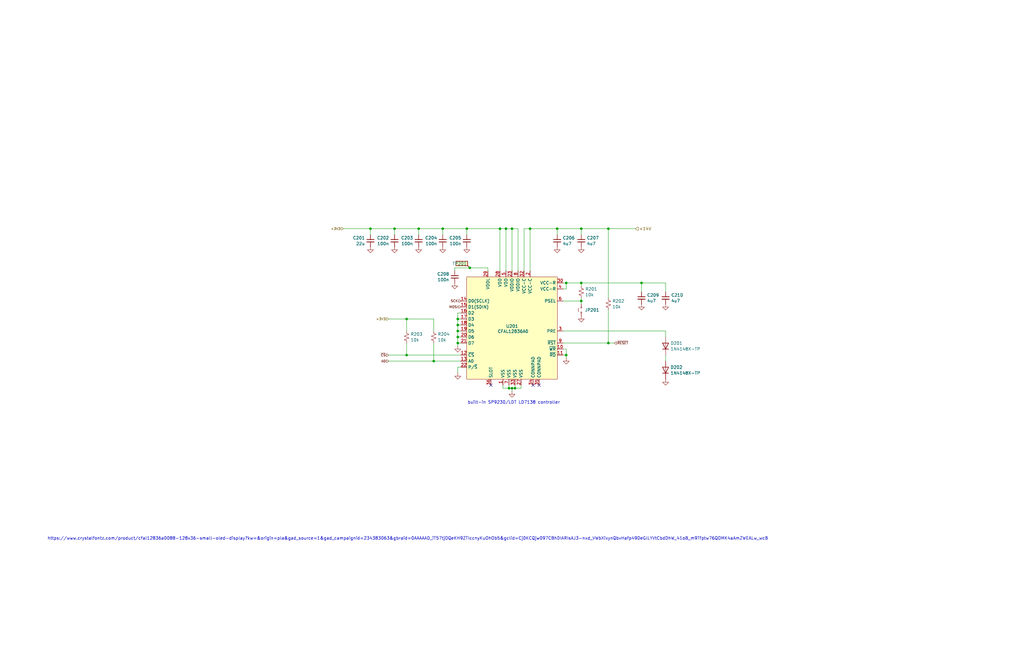
<source format=kicad_sch>
(kicad_sch (version 20250114) (generator "eeschema") (generator_version "9.0")
  (paper "B")
  (lib_symbols
    (symbol "Connector:TestPoint_Flag" (pin_numbers (hide yes)) (pin_names (offset 0.762) (hide yes))
      (property "Reference" "TP" (at 3.429 1.778 0))
      (property "Value" "TestPoint_Flag" (at 3.302 4.191 0))
      (symbol "TestPoint_Flag_0_1"
        (polyline (pts (xy 0 0) (xy 0.889 0.889)) (stroke (width 0.254)))
        (rectangle (start 0.889 2.794) (end 5.842 0.889) (stroke (width 0.254)) (fill (type background)))
      )
      (symbol "TestPoint_Flag_1_1"
        (pin passive line (at 0 0 90) (length 0) (name "1") (number "1"))
      )
    )
    (symbol "Device:C_Small" (pin_numbers (hide yes)) (pin_names (offset 0.254) (hide yes))
      (property "Reference" "C" (at 0.254 1.778 0))
      (property "Value" "C_Small" (at 0.254 -2.032 0))
      (symbol "C_Small_0_1"
        (polyline (pts (xy -1.524 0.508) (xy 1.524 0.508)) (stroke (width 0.3048)))
        (polyline (pts (xy -1.524 -0.508) (xy 1.524 -0.508)) (stroke (width 0.3302)))
      )
      (symbol "C_Small_1_1"
        (pin passive line (at 0 2.54 270) (length 2.032) (name "~") (number "1"))
        (pin passive line (at 0 -2.54 90) (length 2.032) (name "~") (number "2"))
      )
    )
    (symbol "Device:D" (pin_numbers (hide yes)) (pin_names (offset 1.016) (hide yes))
      (property "Reference" "D" (at 0 2.54 0))
      (property "Value" "D" (at 0 -2.54 0))
      (symbol "D_0_1"
        (polyline (pts (xy -1.27 1.27) (xy -1.27 -1.27)) (stroke (width 0.254)))
        (polyline (pts (xy 1.27 1.27) (xy 1.27 -1.27) (xy -1.27 0) (xy 1.27 1.27)) (stroke (width 0.254)))
        (polyline (pts (xy 1.27 0) (xy -1.27 0)))
      )
      (symbol "D_1_1"
        (pin passive line (at -3.81 0 0) (length 2.54) (name "K") (number "1"))
        (pin passive line (at 3.81 0 180) (length 2.54) (name "A") (number "2"))
      )
    )
    (symbol "Device:R_Small_US" (pin_numbers (hide yes)) (pin_names (offset 0.254) (hide yes))
      (property "Reference" "R" (at 0.762 0.508 0))
      (property "Value" "R_Small_US" (at 0.762 -1.016 0))
      (symbol "R_Small_US_1_1"
        (polyline (pts (xy 0 1.524) (xy 1.016 1.143) (xy 0 0.762) (xy -1.016 0.381) (xy 0 0)))
        (polyline (pts (xy 0 0) (xy 1.016 -0.381) (xy 0 -0.762) (xy -1.016 -1.143) (xy 0 -1.524)))
        (pin passive line (at 0 2.54 270) (length 1.016) (name "~") (number "1"))
        (pin passive line (at 0 -2.54 90) (length 1.016) (name "~") (number "2"))
      )
    )
    (symbol "Jumper:Jumper_2_Small_Open" (pin_numbers (hide yes)) (pin_names (offset 0) (hide yes)) (exclude_from_sim yes)
      (property "Reference" "JP" (at 0 2.794 0))
      (property "Value" "Jumper_2_Small_Open" (at 0 -2.286 0))
      (symbol "Jumper_2_Small_Open_0_0"
        (circle (center -1.016 0) (radius 0.254))
        (circle (center 1.016 0) (radius 0.254))
      )
      (symbol "Jumper_2_Small_Open_0_1"
        (arc (start -0.762 1.0196) (mid 0 1.2729) (end 0.762 1.0196))
      )
      (symbol "Jumper_2_Small_Open_1_1"
        (pin passive line (at -2.54 0 0) (length 1.27) (name "A") (number "1"))
        (pin passive line (at 2.54 0 180) (length 1.27) (name "B") (number "2"))
      )
    )
    (symbol "Libraries:CFAL12836A0"
      (property "Reference" "U" (at -0.508 6.35 0))
      (property "Value" "CFAL12836A0" (at -0.508 5.08 0))
      (symbol "CFAL12836A0_1_0"
        (pin input line (at -21.59 -16.51 0) (length 2.54) (name "P/~{S}") (number "22"))
        (pin power_in line (at -10.16 24.13 270) (length 2.54) (name "VDDL") (number "29"))
        (pin passive line (at -8.89 -24.13 90) (length 2.54) (name "SLOT") (number "36"))
        (pin power_in line (at -5.08 24.13 270) (length 2.54) (name "VDD") (number "28"))
        (pin power_in line (at 0 24.13 270) (length 2.54) (name "VDDIO") (number "23"))
        (pin no_connect line (at 1.27 -2.54 180) (length 2.54) (hide yes) (name "OSC1") (number "25"))
        (pin no_connect line (at 1.27 -5.08 180) (length 2.54) (hide yes) (name "OSC2") (number "26"))
        (pin no_connect line (at 1.27 -7.62 180) (length 2.54) (hide yes) (name "IREF") (number "24"))
        (pin power_in line (at 1.27 -24.13 90) (length 2.54) (name "VSS") (number "33"))
        (pin power_in line (at 3.81 -24.13 90) (length 2.54) (name "VSS") (number "27"))
        (pin power_in line (at 5.08 24.13 270) (length 2.54) (name "VCC-C") (number "32"))
        (pin passive line (at 8.89 -24.13 90) (length 2.54) (name "CONNPAD") (number "34"))
        (pin passive line (at 11.43 -24.13 90) (length 2.54) (name "CONNPAD") (number "35"))
        (pin power_out line (at 21.59 19.05 180) (length 2.54) (name "VCC-R") (number "30"))
        (pin power_in line (at 21.59 -1.27 180) (length 2.54) (hide yes) (name "PRE") (number "31"))
      )
      (symbol "CFAL12836A0_1_1"
        (rectangle (start -19.05 21.59) (end 19.05 -21.59) (fill (type color) (color 255 255 194 1)))
        (pin input line (at -21.59 11.43 0) (length 2.54) (name "D0(SCLK)") (number "14"))
        (pin input line (at -21.59 8.89 0) (length 2.54) (name "D1(SDIN)") (number "15"))
        (pin input line (at -21.59 6.35 0) (length 2.54) (name "D2") (number "16"))
        (pin input line (at -21.59 3.81 0) (length 2.54) (name "D3") (number "17"))
        (pin input line (at -21.59 1.27 0) (length 2.54) (name "D4") (number "18"))
        (pin input line (at -21.59 -1.27 0) (length 2.54) (name "D5") (number "19"))
        (pin input line (at -21.59 -3.81 0) (length 2.54) (name "D6") (number "20"))
        (pin input line (at -21.59 -6.35 0) (length 2.54) (name "D7") (number "21"))
        (pin input line (at -21.59 -11.43 0) (length 2.54) (name "~{CS}") (number "12"))
        (pin input line (at -21.59 -13.97 0) (length 2.54) (name "A0") (number "13"))
        (pin power_in line (at -3.81 -24.13 90) (length 2.54) (name "VSS") (number "1"))
        (pin power_in line (at -2.54 24.13 270) (length 2.54) (name "VDD") (number "5"))
        (pin power_in line (at -1.27 -24.13 90) (length 2.54) (name "VSS") (number "7"))
        (pin power_in line (at 2.54 24.13 270) (length 2.54) (name "VDDIO") (number "8"))
        (pin power_in line (at 7.62 24.13 270) (length 2.54) (name "VCC-C") (number "2"))
        (pin power_out line (at 21.59 16.51 180) (length 2.54) (name "VCC-R") (number "4"))
        (pin input line (at 21.59 11.43 180) (length 2.54) (name "PSEL") (number "6"))
        (pin power_in line (at 21.59 -1.27 180) (length 2.54) (name "PRE") (number "3"))
        (pin input line (at 21.59 -6.35 180) (length 2.54) (name "~{RST}") (number "9"))
        (pin input line (at 21.59 -8.89 180) (length 2.54) (name "~{WR}") (number "10"))
        (pin input line (at 21.59 -11.43 180) (length 2.54) (name "~{RD}") (number "11"))
      )
    )
    (symbol "power:GND" (power) (pin_numbers (hide yes)) (pin_names (offset 0) (hide yes))
      (property "Value" "GND" (at 0 -3.81 0))
      (symbol "GND_0_1"
        (polyline (pts (xy 0 0) (xy 0 -1.27) (xy 1.27 -1.27) (xy 0 -2.54) (xy -1.27 -1.27) (xy 0 -1.27)))
      )
      (symbol "GND_1_1"
        (pin power_in line (at 0 0 270) (length 0) (name "~") (number "1"))
      )
    )
  )
  (text "built-in SP9230/LDT LD7138 controller" (at 216.662 169.926 0) (effects (font (size 1.27 1.27))))
  (text "https://www.crystalfontz.com/product/cfal12836a0088-128x36-small-oled-display?kw=&origin=pla&gad_source=1&gad_campaignid=234383063&gbraid=0AAAAAD_iT57tjOQeKH9ZTIccnyKuOhOb5&gclid=Cj0KCQjw097CBhDIARIsAJ3-nxd_VWbXixynQbvHafp49DeGlLYVtCbdDhW_41oB_m9Tfptw76QOMK4aAmZWEALw_wcB" (at 171.958 227.33 0) (effects (font (size 1.27 1.27))))
  (junction (at 256.54 144.78))
  (junction (at 210.82 96.52))
  (junction (at 217.17 163.83))
  (junction (at 256.54 96.52))
  (junction (at 166.37 96.52))
  (junction (at 193.04 139.7))
  (junction (at 198.12 113.03))
  (junction (at 182.88 152.4))
  (junction (at 245.11 127))
  (junction (at 215.9 96.52))
  (junction (at 171.45 149.86))
  (junction (at 245.11 96.52))
  (junction (at 213.36 96.52))
  (junction (at 214.63 163.83))
  (junction (at 156.21 96.52))
  (junction (at 193.04 142.24))
  (junction (at 270.51 119.38))
  (junction (at 186.69 96.52))
  (junction (at 234.95 96.52))
  (junction (at 176.53 96.52))
  (junction (at 193.04 134.62))
  (junction (at 171.45 134.62))
  (junction (at 223.52 96.52))
  (junction (at 238.76 149.86))
  (junction (at 238.76 119.38))
  (junction (at 215.9 163.83))
  (junction (at 245.11 119.38))
  (junction (at 193.04 144.78))
  (junction (at 193.04 137.16))
  (junction (at 196.85 96.52))
  (no_connect (at 227.33 162.56))
  (no_connect (at 207.01 162.56))
  (no_connect (at 224.79 162.56))
  (wire (pts (xy 166.37 96.52) (xy 176.53 96.52)))
  (wire (pts (xy 193.04 134.62) (xy 193.04 132.08)))
  (wire (pts (xy 215.9 165.1) (xy 215.9 163.83)))
  (wire (pts (xy 280.67 142.24) (xy 280.67 139.7)))
  (wire (pts (xy 245.11 96.52) (xy 256.54 96.52)))
  (wire (pts (xy 220.98 96.52) (xy 220.98 114.3)))
  (wire (pts (xy 193.04 154.94) (xy 193.04 157.48)))
  (wire (pts (xy 238.76 119.38) (xy 237.49 119.38)))
  (wire (pts (xy 238.76 121.92) (xy 238.76 119.38)))
  (wire (pts (xy 280.67 119.38) (xy 270.51 119.38)))
  (wire (pts (xy 163.83 149.86) (xy 171.45 149.86)))
  (wire (pts (xy 193.04 144.78) (xy 194.31 144.78)))
  (wire (pts (xy 237.49 127) (xy 245.11 127)))
  (wire (pts (xy 223.52 96.52) (xy 234.95 96.52)))
  (wire (pts (xy 193.04 137.16) (xy 194.31 137.16)))
  (wire (pts (xy 193.04 146.05) (xy 193.04 144.78)))
  (wire (pts (xy 182.88 152.4) (xy 194.31 152.4)))
  (wire (pts (xy 196.85 96.52) (xy 196.85 99.06)))
  (wire (pts (xy 218.44 96.52) (xy 218.44 114.3)))
  (wire (pts (xy 182.88 134.62) (xy 182.88 139.7)))
  (wire (pts (xy 194.31 154.94) (xy 193.04 154.94)))
  (wire (pts (xy 186.69 96.52) (xy 186.69 99.06)))
  (wire (pts (xy 270.51 119.38) (xy 270.51 123.19)))
  (wire (pts (xy 238.76 151.13) (xy 238.76 149.86)))
  (wire (pts (xy 210.82 96.52) (xy 210.82 114.3)))
  (wire (pts (xy 193.04 142.24) (xy 194.31 142.24)))
  (wire (pts (xy 256.54 130.81) (xy 256.54 144.78)))
  (wire (pts (xy 245.11 119.38) (xy 270.51 119.38)))
  (wire (pts (xy 280.67 123.19) (xy 280.67 119.38)))
  (wire (pts (xy 193.04 137.16) (xy 193.04 134.62)))
  (wire (pts (xy 191.77 113.03) (xy 198.12 113.03)))
  (wire (pts (xy 191.77 114.3) (xy 191.77 113.03)))
  (wire (pts (xy 238.76 147.32) (xy 237.49 147.32)))
  (wire (pts (xy 213.36 96.52) (xy 215.9 96.52)))
  (wire (pts (xy 144.78 96.52) (xy 156.21 96.52)))
  (wire (pts (xy 213.36 96.52) (xy 213.36 114.3)))
  (wire (pts (xy 217.17 163.83) (xy 215.9 163.83)))
  (wire (pts (xy 237.49 149.86) (xy 238.76 149.86)))
  (wire (pts (xy 193.04 139.7) (xy 194.31 139.7)))
  (wire (pts (xy 210.82 96.52) (xy 213.36 96.52)))
  (wire (pts (xy 171.45 134.62) (xy 182.88 134.62)))
  (wire (pts (xy 223.52 96.52) (xy 220.98 96.52)))
  (wire (pts (xy 245.11 125.73) (xy 245.11 127)))
  (wire (pts (xy 205.74 113.03) (xy 205.74 114.3)))
  (wire (pts (xy 212.09 163.83) (xy 212.09 162.56)))
  (wire (pts (xy 171.45 134.62) (xy 171.45 139.7)))
  (wire (pts (xy 223.52 96.52) (xy 223.52 114.3)))
  (wire (pts (xy 193.04 132.08) (xy 194.31 132.08)))
  (wire (pts (xy 245.11 119.38) (xy 238.76 119.38)))
  (wire (pts (xy 215.9 163.83) (xy 214.63 163.83)))
  (wire (pts (xy 156.21 96.52) (xy 156.21 99.06)))
  (wire (pts (xy 245.11 119.38) (xy 245.11 120.65)))
  (wire (pts (xy 234.95 96.52) (xy 245.11 96.52)))
  (wire (pts (xy 256.54 96.52) (xy 256.54 125.73)))
  (wire (pts (xy 171.45 144.78) (xy 171.45 149.86)))
  (wire (pts (xy 166.37 96.52) (xy 166.37 99.06)))
  (wire (pts (xy 171.45 149.86) (xy 194.31 149.86)))
  (wire (pts (xy 193.04 144.78) (xy 193.04 142.24)))
  (wire (pts (xy 238.76 149.86) (xy 238.76 147.32)))
  (wire (pts (xy 156.21 96.52) (xy 166.37 96.52)))
  (wire (pts (xy 219.71 163.83) (xy 217.17 163.83)))
  (wire (pts (xy 267.97 96.52) (xy 256.54 96.52)))
  (wire (pts (xy 256.54 144.78) (xy 237.49 144.78)))
  (wire (pts (xy 215.9 96.52) (xy 215.9 114.3)))
  (wire (pts (xy 193.04 142.24) (xy 193.04 139.7)))
  (wire (pts (xy 214.63 162.56) (xy 214.63 163.83)))
  (wire (pts (xy 237.49 139.7) (xy 280.67 139.7)))
  (wire (pts (xy 245.11 96.52) (xy 245.11 99.06)))
  (wire (pts (xy 217.17 162.56) (xy 217.17 163.83)))
  (wire (pts (xy 245.11 127) (xy 245.11 128.27)))
  (wire (pts (xy 214.63 163.83) (xy 212.09 163.83)))
  (wire (pts (xy 237.49 121.92) (xy 238.76 121.92)))
  (wire (pts (xy 163.83 134.62) (xy 171.45 134.62)))
  (wire (pts (xy 234.95 96.52) (xy 234.95 99.06)))
  (wire (pts (xy 198.12 113.03) (xy 205.74 113.03)))
  (wire (pts (xy 176.53 96.52) (xy 176.53 99.06)))
  (wire (pts (xy 280.67 149.86) (xy 280.67 152.4)))
  (wire (pts (xy 193.04 139.7) (xy 193.04 137.16)))
  (wire (pts (xy 193.04 134.62) (xy 194.31 134.62)))
  (wire (pts (xy 215.9 96.52) (xy 218.44 96.52)))
  (wire (pts (xy 163.83 152.4) (xy 182.88 152.4)))
  (wire (pts (xy 186.69 96.52) (xy 196.85 96.52)))
  (wire (pts (xy 256.54 144.78) (xy 259.08 144.78)))
  (wire (pts (xy 182.88 144.78) (xy 182.88 152.4)))
  (wire (pts (xy 196.85 96.52) (xy 210.82 96.52)))
  (wire (pts (xy 219.71 162.56) (xy 219.71 163.83)))
  (wire (pts (xy 176.53 96.52) (xy 186.69 96.52)))
  (hierarchical_label "+3V3" (shape input) (at 144.78 96.52 180) (effects (font (size 1 1))))
  (hierarchical_label "~{RESET}" (shape input) (at 259.08 144.78 0) (effects (font (size 1 1))))
  (hierarchical_label "MOSI" (shape input) (at 194.31 129.54 180) (effects (font (size 1 1))))
  (hierarchical_label "A0" (shape input) (at 163.83 152.4 180) (effects (font (size 1 1))))
  (hierarchical_label "+3V3" (shape input) (at 163.83 134.62 180) (effects (font (size 1 1))))
  (hierarchical_label "SCK" (shape input) (at 194.31 127 180) (effects (font (size 1 1))))
  (hierarchical_label "+14V" (shape input) (at 267.97 96.52 0))
  (hierarchical_label "~{CS}" (shape input) (at 163.83 149.86 180) (effects (font (size 1 1))))
  (symbol (lib_id "Libraries:CFAL12836A0") (at 215.9 138.43 0) (unit 1)
    (property "Reference" "U201" (at 213.36 137.668 0) (effects (justify left)))
    (property "Value" "CFAL12836A0" (at 209.804 139.8383 0) (effects (justify left)))
    (property "Footprint" "Libraries:CFAL12836A0-088" (effects (hide yes)))
    (property "Datasheet" "https://www.crystalfontz.com/product/cfal12836a0088-128x36-small-oled-display?srsltid=AfmBOopIPw8d8kLcMC0UvqdvHDqFcI_rFmnswVTMBVbgoZ7id-Uy-tcn" (effects (hide yes)))
    (property "Description" "128x36 Color OLED Display Module" (effects (hide yes)))
  )
  (symbol (lib_id "Device:C_Small") (at 176.53 101.6 0) (mirror y) (unit 1)
    (property "Reference" "C203" (at 174.2059 100.3941 0) (effects (justify left)))
    (property "Value" "100n" (at 174.2059 102.8184 0) (effects (justify left)))
    (property "Footprint" "Libraries:Worthington_C_0402" (effects (hide yes)))
    (property "Description" "Unpolarized capacitor, small symbol" (effects (hide yes)))
  )
  (symbol (lib_id "Device:R_Small_US") (at 171.45 142.24 0) (unit 1)
    (property "Reference" "R203" (at 173.101 141.0278 0) (effects (justify left)))
    (property "Value" "10k" (at 173.101 143.4521 0) (effects (justify left)))
    (property "Footprint" "Libraries:Worthington_R_0402" (effects (hide yes)))
    (property "Description" "Resistor, small US symbol" (effects (hide yes)))
  )
  (symbol (lib_id "power:GND") (at 245.11 104.14 0) (unit 1)
    (property "Reference" "#PWR0207" (effects (hide yes)))
    (property "Value" "GND" (effects (hide yes)))
    (property "Description" "Power symbol creates a global label with name \"GND\" , ground" (effects (hide yes)))
  )
  (symbol (lib_id "Device:C_Small") (at 186.69 101.6 0) (mirror y) (unit 1)
    (property "Reference" "C204" (at 184.3659 100.3941 0) (effects (justify left)))
    (property "Value" "100n" (at 184.3659 102.8184 0) (effects (justify left)))
    (property "Footprint" "Libraries:Worthington_C_0402" (effects (hide yes)))
    (property "Description" "Unpolarized capacitor, small symbol" (effects (hide yes)))
  )
  (symbol (lib_id "power:GND") (at 176.53 104.14 0) (mirror y) (unit 1)
    (property "Reference" "#PWR0203" (effects (hide yes)))
    (property "Value" "GND" (effects (hide yes)))
    (property "Description" "Power symbol creates a global label with name \"GND\" , ground" (effects (hide yes)))
  )
  (symbol (lib_id "Jumper:Jumper_2_Small_Open") (at 245.11 130.81 90) (unit 1) (in_bom no)
    (property "Reference" "JP201" (at 249.682 130.81 90))
    (property "Value" "Jumper_2_Small_Open" (effects (hide yes)))
    (property "Footprint" "Jumper:SolderJumper-2_P1.3mm_Open_Pad1.0x1.5mm" (effects (hide yes)))
    (property "Description" "Jumper, 2-pole, small symbol, open" (effects (hide yes)))
  )
  (symbol (lib_id "Device:C_Small") (at 166.37 101.6 0) (mirror y) (unit 1)
    (property "Reference" "C202" (at 164.0459 100.3941 0) (effects (justify left)))
    (property "Value" "100n" (at 164.0459 102.8184 0) (effects (justify left)))
    (property "Footprint" "Libraries:Worthington_C_0402" (effects (hide yes)))
    (property "Description" "Unpolarized capacitor, small symbol" (effects (hide yes)))
  )
  (symbol (lib_id "power:GND") (at 191.77 119.38 0) (mirror y) (unit 1)
    (property "Reference" "#PWR0208" (effects (hide yes)))
    (property "Value" "GND" (effects (hide yes)))
    (property "Description" "Power symbol creates a global label with name \"GND\" , ground" (effects (hide yes)))
  )
  (symbol (lib_id "Device:C_Small") (at 234.95 101.6 0) (unit 1)
    (property "Reference" "C206" (at 237.2741 100.3941 0) (effects (justify left)))
    (property "Value" "4u7" (at 237.2741 102.8184 0) (effects (justify left)))
    (property "Footprint" "Libraries:Worthington_C_0402" (effects (hide yes)))
    (property "Description" "Unpolarized capacitor, small symbol" (effects (hide yes)))
  )
  (symbol (lib_id "Device:C_Small") (at 191.77 116.84 0) (mirror y) (unit 1)
    (property "Reference" "C208" (at 189.4459 115.6341 0) (effects (justify left)))
    (property "Value" "100n" (at 189.4459 118.0584 0) (effects (justify left)))
    (property "Footprint" "Libraries:Worthington_C_0402" (effects (hide yes)))
    (property "Description" "Unpolarized capacitor, small symbol" (effects (hide yes)))
  )
  (symbol (lib_id "Device:D") (at 280.67 146.05 90) (unit 1)
    (property "Reference" "D201" (at 282.702 144.8378 90) (effects (justify right)))
    (property "Value" "1N4148X-TP" (at 282.702 147.2621 90) (effects (justify right)))
    (property "Footprint" "Diode_SMD:D_SOD-523" (effects (hide yes)))
    (property "Datasheet" "https://www.mccsemi.com/pdf/Products/1N4148X(SOD-523).PDF" (effects (hide yes)))
    (property "Description" "Diode" (effects (hide yes)))
    (property "Sim.Device" "D" (effects (hide yes)))
    (property "Sim.Pins" "1=K 2=A" (effects (hide yes)))
  )
  (symbol (lib_id "Device:C_Small") (at 196.85 101.6 0) (mirror y) (unit 1)
    (property "Reference" "C205" (at 194.5259 100.3941 0) (effects (justify left)))
    (property "Value" "100n" (at 194.5259 102.8184 0) (effects (justify left)))
    (property "Footprint" "Libraries:Worthington_C_0402" (effects (hide yes)))
    (property "Description" "Unpolarized capacitor, small symbol" (effects (hide yes)))
  )
  (symbol (lib_id "power:GND") (at 234.95 104.14 0) (unit 1)
    (property "Reference" "#PWR0206" (effects (hide yes)))
    (property "Value" "GND" (effects (hide yes)))
    (property "Description" "Power symbol creates a global label with name \"GND\" , ground" (effects (hide yes)))
  )
  (symbol (lib_id "power:GND") (at 166.37 104.14 0) (mirror y) (unit 1)
    (property "Reference" "#PWR0202" (effects (hide yes)))
    (property "Value" "GND" (effects (hide yes)))
    (property "Description" "Power symbol creates a global label with name \"GND\" , ground" (effects (hide yes)))
  )
  (symbol (lib_id "Device:C_Small") (at 245.11 101.6 0) (unit 1)
    (property "Reference" "C207" (at 247.4341 100.3941 0) (effects (justify left)))
    (property "Value" "4u7" (at 247.4341 102.8184 0) (effects (justify left)))
    (property "Footprint" "Libraries:Worthington_C_0402" (effects (hide yes)))
    (property "Description" "Unpolarized capacitor, small symbol" (effects (hide yes)))
  )
  (symbol (lib_id "power:GND") (at 156.21 104.14 0) (mirror y) (unit 1)
    (property "Reference" "#PWR0201" (effects (hide yes)))
    (property "Value" "GND" (effects (hide yes)))
    (property "Description" "Power symbol creates a global label with name \"GND\" , ground" (effects (hide yes)))
  )
  (symbol (lib_id "Device:C_Small") (at 156.21 101.6 0) (mirror y) (unit 1)
    (property "Reference" "C201" (at 153.8859 100.3941 0) (effects (justify left)))
    (property "Value" "22u" (at 153.8859 102.8184 0) (effects (justify left)))
    (property "Footprint" "Libraries:Worthington_C_0603" (effects (hide yes)))
    (property "Description" "Unpolarized capacitor, small symbol" (effects (hide yes)))
  )
  (symbol (lib_id "power:GND") (at 270.51 128.27 0) (unit 1)
    (property "Reference" "#PWR0209" (effects (hide yes)))
    (property "Value" "GND" (effects (hide yes)))
    (property "Description" "Power symbol creates a global label with name \"GND\" , ground" (effects (hide yes)))
  )
  (symbol (lib_id "power:GND") (at 280.67 160.02 0) (unit 1)
    (property "Reference" "#PWR0215" (effects (hide yes)))
    (property "Value" "GND" (effects (hide yes)))
    (property "Description" "Power symbol creates a global label with name \"GND\" , ground" (effects (hide yes)))
  )
  (symbol (lib_id "power:GND") (at 238.76 151.13 0) (unit 1)
    (property "Reference" "#PWR0213" (effects (hide yes)))
    (property "Value" "GND" (effects (hide yes)))
    (property "Description" "Power symbol creates a global label with name \"GND\" , ground" (effects (hide yes)))
  )
  (symbol (lib_id "power:GND") (at 245.11 133.35 0) (unit 1)
    (property "Reference" "#PWR0211" (effects (hide yes)))
    (property "Value" "GND" (effects (hide yes)))
    (property "Description" "Power symbol creates a global label with name \"GND\" , ground" (effects (hide yes)))
  )
  (symbol (lib_id "Device:C_Small") (at 280.67 125.73 0) (unit 1)
    (property "Reference" "C210" (at 282.9941 124.5241 0) (effects (justify left)))
    (property "Value" "4u7" (at 282.9941 126.9484 0) (effects (justify left)))
    (property "Footprint" "Libraries:Worthington_C_0402" (effects (hide yes)))
    (property "Description" "Unpolarized capacitor, small symbol" (effects (hide yes)))
  )
  (symbol (lib_id "Device:R_Small_US") (at 245.11 123.19 0) (unit 1)
    (property "Reference" "R201" (at 246.761 121.9778 0) (effects (justify left)))
    (property "Value" "10k" (at 246.761 124.4021 0) (effects (justify left)))
    (property "Footprint" "Libraries:Worthington_R_0402" (effects (hide yes)))
    (property "Description" "Resistor, small US symbol" (effects (hide yes)))
  )
  (symbol (lib_id "Device:C_Small") (at 270.51 125.73 0) (unit 1)
    (property "Reference" "C209" (at 272.8341 124.5241 0) (effects (justify left)))
    (property "Value" "4u7" (at 272.8341 126.9484 0) (effects (justify left)))
    (property "Footprint" "Libraries:Worthington_C_0402" (effects (hide yes)))
    (property "Description" "Unpolarized capacitor, small symbol" (effects (hide yes)))
  )
  (symbol (lib_id "power:GND") (at 215.9 165.1 0) (unit 1)
    (property "Reference" "#PWR0216" (effects (hide yes)))
    (property "Value" "GND" (effects (hide yes)))
    (property "Description" "Power symbol creates a global label with name \"GND\" , ground" (effects (hide yes)))
  )
  (symbol (lib_id "Device:D") (at 280.67 156.21 90) (unit 1)
    (property "Reference" "D202" (at 282.702 154.9978 90) (effects (justify right)))
    (property "Value" "1N4148X-TP" (at 282.702 157.4221 90) (effects (justify right)))
    (property "Footprint" "Diode_SMD:D_SOD-523" (effects (hide yes)))
    (property "Datasheet" "https://www.mccsemi.com/pdf/Products/1N4148X(SOD-523).PDF" (effects (hide yes)))
    (property "Description" "Diode" (effects (hide yes)))
    (property "Sim.Device" "D" (effects (hide yes)))
    (property "Sim.Pins" "1=K 2=A" (effects (hide yes)))
  )
  (symbol (lib_id "Device:R_Small_US") (at 182.88 142.24 0) (unit 1)
    (property "Reference" "R204" (at 184.531 141.0278 0) (effects (justify left)))
    (property "Value" "10k" (at 184.531 143.4521 0) (effects (justify left)))
    (property "Footprint" "Libraries:Worthington_R_0402" (effects (hide yes)))
    (property "Description" "Resistor, small US symbol" (effects (hide yes)))
  )
  (symbol (lib_id "power:GND") (at 196.85 104.14 0) (mirror y) (unit 1)
    (property "Reference" "#PWR0205" (effects (hide yes)))
    (property "Value" "GND" (effects (hide yes)))
    (property "Description" "Power symbol creates a global label with name \"GND\" , ground" (effects (hide yes)))
  )
  (symbol (lib_id "Device:R_Small_US") (at 256.54 128.27 0) (unit 1)
    (property "Reference" "R202" (at 258.191 127.0578 0) (effects (justify left)))
    (property "Value" "10k" (at 258.191 129.4821 0) (effects (justify left)))
    (property "Footprint" "Libraries:Worthington_R_0402" (effects (hide yes)))
    (property "Description" "Resistor, small US symbol" (effects (hide yes)))
  )
  (symbol (lib_id "power:GND") (at 193.04 157.48 0) (unit 1)
    (property "Reference" "#PWR0214" (effects (hide yes)))
    (property "Value" "GND" (effects (hide yes)))
    (property "Description" "Power symbol creates a global label with name \"GND\" , ground" (effects (hide yes)))
  )
  (symbol (lib_id "power:GND") (at 186.69 104.14 0) (mirror y) (unit 1)
    (property "Reference" "#PWR0204" (effects (hide yes)))
    (property "Value" "GND" (effects (hide yes)))
    (property "Description" "Power symbol creates a global label with name \"GND\" , ground" (effects (hide yes)))
  )
  (symbol (lib_id "Connector:TestPoint_Flag") (at 198.12 113.03 0) (mirror y) (unit 1)
    (property "Reference" "TP201" (at 196.85 111.252 0) (effects (justify left)))
    (property "Value" "TestPoint_Flag" (effects (hide yes)))
    (property "Footprint" "Libraries:KEYSTONE_5017" (effects (hide yes)))
    (property "Description" "test point (alternative flag-style design)" (effects (hide yes)))
  )
  (symbol (lib_id "power:GND") (at 193.04 146.05 0) (unit 1)
    (property "Reference" "#PWR0212" (effects (hide yes)))
    (property "Value" "GND" (effects (hide yes)))
    (property "Description" "Power symbol creates a global label with name \"GND\" , ground" (effects (hide yes)))
  )
  (symbol (lib_id "power:GND") (at 280.67 128.27 0) (unit 1)
    (property "Reference" "#PWR0210" (effects (hide yes)))
    (property "Value" "GND" (effects (hide yes)))
    (property "Description" "Power symbol creates a global label with name \"GND\" , ground" (effects (hide yes)))
  )
)
</source>
